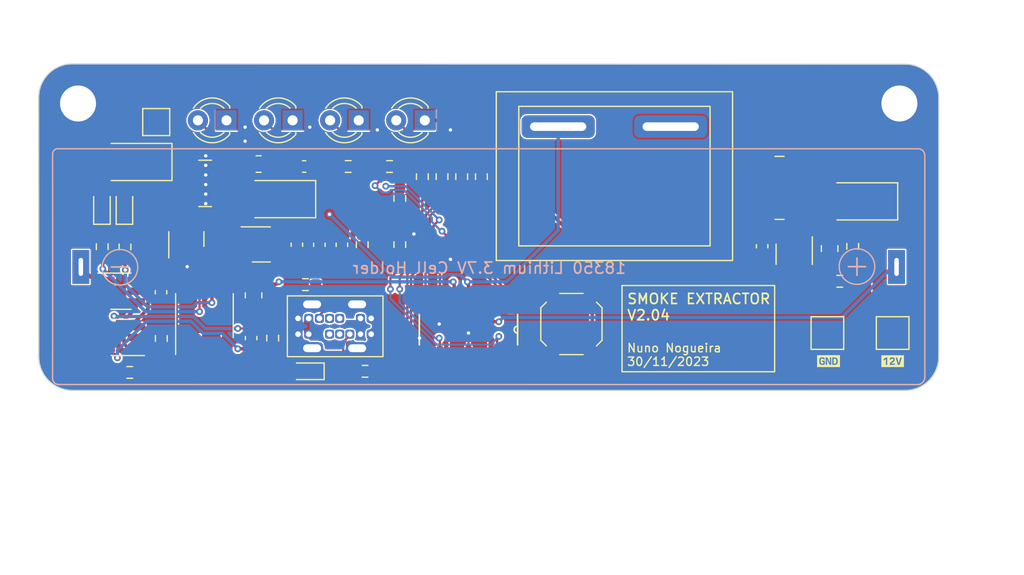
<source format=kicad_pcb>
(kicad_pcb (version 20221018) (generator pcbnew)
  (layers (0 "F.Cu" signal) (31 "B.Cu" signal) (34 "B.Paste" user) (35 "F.Paste" user) (36 "B.SilkS" user "B.Silkscreen") (37 "F.SilkS" user "F.Silkscreen") (38 "B.Mask" user) (39 "F.Mask" user) (44 "Edge.Cuts" user))
  (net 0 "")
  (net 1 "VBUS")
  (net 2 "VBAT-PROTECT")
  (net 3 "Net-(C2-Pad1)")
  (net 4 "+5V")
  (net 5 "V5_SWITCH")
  (net 6 "Net-(IC1-VCC)")
  (net 7 "Net-(IC1-GND)")
  (net 8 "+12V")
  (net 9 "Net-(D1-A)")
  (net 10 "Net-(D2-K)")
  (net 11 "Net-(D2-A)")
  (net 12 "Net-(D3-A)")
  (net 13 "Net-(D4-A)")
  (net 14 "Net-(D5-A)")
  (net 15 "VSPLY")
  (net 16 "Net-(D6-A)")
  (net 17 "Net-(D7-K)")
  (net 18 "Net-(D8-K)")
  (net 19 "VBAT+PROTECT")
  (net 20 "Net-(D10-A)")
  (net 21 "Net-(IC1-OD)")
  (net 22 "Net-(IC1-CS)")
  (net 23 "Net-(IC1-OC)")
  (net 25 "Net-(U3-NEG_1)")
  (net 26 "Net-(U3-NEG_2)")
  (net 27 "Net-(U3-NEG3)")
  (net 28 "Net-(U3-NEG_4)")
  (net 29 "Net-(U1-CC2)")
  (net 30 "Net-(U1-CC1)")
  (net 31 "Net-(U3-OUT1)")
  (net 32 "Net-(U3-OUT2)")
  (net 33 "Net-(U3-OUT3)")
  (net 34 "Net-(U3-OUT4)")
  (net 35 "Net-(U5-PROG)")
  (net 36 "Net-(U5-~{CHRG})")
  (net 37 "Net-(U5-~{STDBY})")
  (net 38 "Net-(U7-FB)")
  (footprint "Capacitor_SMD:C_0603_1608Metric_Pad1.08x0.95mm_HandSolder" (layer "F.Cu") (at 88.85 81.956488 -90)
    (fp_text reference "C4" hide)
    (fp_text value "10u")
  )
  (footprint "LED_THT:LED_D3.0mm" (layer "F.Cu") (at 98.220697 70.89806 180)
    (fp_text reference "D5" hide)
    (fp_text value "3mmWhite")
  )
  (footprint "Resistor_SMD:R_0603_1608Metric_Pad0.98x0.95mm_HandSolder" (layer "F.Cu") (at 71.575 82.15 -90)
    (fp_text reference "R19" hide)
    (fp_text value "1k")
  )
  (footprint "Resistor_SMD:R_0603_1608Metric_Pad0.98x0.95mm_HandSolder" (layer "F.Cu") (at 99.75 75.9 90)
    (fp_text reference "R14" hide)
    (fp_text value "1k")
  )
  (footprint "Capacitor_SMD:C_0603_1608Metric_Pad1.08x0.95mm_HandSolder" (layer "F.Cu") (at 87.494637 75)
    (fp_text reference "C2" hide)
    (fp_text value "120p")
  )
  (footprint "kibuzzard-655136E2" (layer "F.Cu") (at 134.1 92.295714)
    (fp_text reference "kibuzzard-655136E2" hide)
    (fp_text value "G***" hide)
  )
  (footprint "Resistor_SMD:R_0603_1608Metric_Pad0.98x0.95mm_HandSolder" (layer "F.Cu") (at 101.5 75.9 90)
    (fp_text reference "R13" hide)
    (fp_text value "1k")
  )
  (footprint "CustomFootprints:USB-TYPE-C-31-M-15" (layer "F.Cu") (at 86.954275 89.9)
    (fp_text reference "U1" hide)
    (fp_text value "USB-TYPE-C-31-M-15")
  )
  (footprint "TestPoint:TestPoint_Pad_2.0x2.0mm" (layer "F.Cu") (at 74.35 71.05)
    (fp_text reference "TP2" hide)
    (fp_text value "TestPoint")
  )
  (footprint "Capacitor_SMD:C_0805_2012Metric_Pad1.18x1.45mm_HandSolder" (layer "F.Cu") (at 134.2 82.3 -90)
    (fp_text reference "C8" hide)
    (fp_text value "22u")
  )
  (footprint "Resistor_SMD:R_0603_1608Metric_Pad0.98x0.95mm_HandSolder" (layer "F.Cu") (at 72 93.3)
    (fp_text reference "R23" hide)
    (fp_text value "3k3")
  )
  (footprint "Package_TO_SOT_SMD:SOT-23-5" (layer "F.Cu") (at 83.694637 81.92392)
    (fp_text reference "U4" hide)
    (fp_text value "TPS613222ADBV")
  )
  (footprint "MountingHole:MountingHole_3.2mm_M3_ISO7380_Pad" (layer "F.Cu") (at 67.4 69.4)
    (fp_text reference "H2" hide)
    (fp_text value "MountingHole_Pad")
  )
  (footprint "Diode_SMD:D_SMA" (layer "F.Cu") (at 85.121657 77.900109 180)
    (fp_text reference "D6" hide)
    (fp_text value "SS14")
  )
  (footprint "Capacitor_SMD:C_0603_1608Metric_Pad1.08x0.95mm_HandSolder" (layer "F.Cu") (at 74.775381 86.175 -90)
    (fp_text reference "C1" hide)
    (fp_text value "0.1u")
  )
  (footprint "Diode_SMD:D_SMA" (layer "F.Cu") (at 136.849139 78.1 180)
    (fp_text reference "D10" hide)
    (fp_text value "SS14")
  )
  (footprint "LED_THT:LED_D3.0mm" (layer "F.Cu") (at 80.595697 70.89806 180)
    (fp_text reference "D2" hide)
    (fp_text value "3mmWhite")
  )
  (footprint "LED_SMD:LED_0603_1608Metric_Pad1.05x0.95mm_HandSolder" (layer "F.Cu") (at 87.6125 93.2 180)
    (fp_text reference "D1" hide)
    (fp_text value "LED")
  )
  (footprint "kibuzzard-655136D6" (layer "F.Cu") (at 139.8 92.3)
    (fp_text reference "kibuzzard-655136D6" hide)
    (fp_text value "G***" hide)
  )
  (footprint "LED_SMD:LED_0603_1608Metric_Pad1.05x0.95mm_HandSolder" (layer "F.Cu") (at 69.525 78.475 90)
    (fp_text reference "D7" hide)
    (fp_text value "RLED")
  )
  (footprint "Package_TO_SOT_SMD:SOT-23-5_HandSoldering" (layer "F.Cu") (at 131.05 82.8 -90)
    (fp_text reference "U7" hide)
    (fp_text value "ME2149FM5G")
  )
  (footprint "Resistor_SMD:R_0603_1608Metric_Pad0.98x0.95mm_HandSolder" (layer "F.Cu") (at 98 75.9 90)
    (fp_text reference "R15" hide)
    (fp_text value "1k")
  )
  (footprint "Capacitor_SMD:C_0603_1608Metric_Pad1.08x0.95mm_HandSolder" (layer "F.Cu") (at 82.785587 90.25 -90)
    (fp_text reference "C7" hide)
    (fp_text value "0.1u")
  )
  (footprint "Diode_SMD:D_SMA" (layer "F.Cu") (at 72.35 74.6 180)
    (fp_text reference "D9" hide)
    (fp_text value "SS14")
  )
  (footprint "Package_TO_SOT_SMD:SOT-23-6_Handsoldering" (layer "F.Cu") (at 71.25 90.191253 180)
    (property "VALUE" "DW01A")
    (fp_text reference "IC1" hide)
    (fp_text value "DW01A")
  )
  (footprint "Package_TO_SOT_SMD:SOT-23" (layer "F.Cu") (at 77.029077 81.448299 90)
    (fp_text reference "Q1" hide)
    (fp_text value "FDN336P")
  )
  (footprint "Package_TO_SOT_SMD:SOT-23-6_Handsoldering" (layer "F.Cu") (at 71.214032 86.081971)
    (fp_text reference "U8" hide)
    (fp_text value "FH8205")
  )
  (footprint "LED_THT:LED_D3.0mm" (layer "F.Cu") (at 86.470697 70.89806 180)
    (fp_text reference "D3" hide)
    (fp_text value "3mmWhite")
  )
  (footprint "Resistor_SMD:R_0805_2012Metric_Pad1.20x1.40mm_HandSolder" (layer "F.Cu") (at 83 86.448628 -90)
    (fp_text reference "R20" hide)
    (fp_text value "100")
  )
  (footprint "Capacitor_SMD:C_0603_1608Metric_Pad1.08x0.95mm_HandSolder" (layer "F.Cu") (at 128.2 82.0875 90)
    (fp_text reference "C6" hide)
    (fp_text value "10u")
  )
  (footprint "MountingHole:MountingHole_3.2mm_M3_ISO7380_Pad" (layer "F.Cu") (at 140.4 69.4)
    (fp_text reference "H1" hide)
    (fp_text value "MountingHole_Pad")
  )
  (footprint "Resistor_SMD:R_0603_1608Metric_Pad0.98x0.95mm_HandSolder" (layer "F.Cu") (at 92.656381 81.944352 -90)
    (fp_text reference "R5" hide)
    (fp_text value "10k")
  )
  (footprint "CustomFootprints:SDDJE" (layer "F.Cu") (at 104.572322 83.355)
    (fp_text reference "U2" hide)
    (fp_text value "SDDJE")
  )
  (footprint "LED_SMD:LED_0603_1608Metric_Pad1.05x0.95mm_HandSolder" (layer "F.Cu") (at 71.525 78.475 90)
    (fp_text reference "D8" hide)
    (fp_text value "GLED")
  )
  (footprint "Resistor_SMD:R_0603_1608Metric_Pad0.98x0.95mm_HandSolder" (layer "F.Cu") (at 96 77.8375 -90)
    (fp_text reference "R3" hide)
    (fp_text value "1k")
  )
  (footprint "Resistor_SMD:R_0603_1608Metric_Pad0.98x0.95mm_HandSolder" (layer "F.Cu") (at 136.25 82.1 -90)
    (fp_text reference "R21" hide)
    (fp_text value "44.2k")
  )
  (footprint "Package_SO:SOP-8_3.9x4.9mm_P1.27mm" (layer "F.Cu") (at 78.635 88.248628 90)
    (fp_text reference "U5" hide)
    (fp_text value "TP4056")
  )
  (footprint "Resistor_SMD:R_0805_2012Metric_Pad1.20x1.40mm_HandSolder" (layer "F.Cu") (at 83.45 74.78)
    (fp_text reference "R17" hide)
    (fp_text value "5")
  )
  (footprint "Capacitor_SMD:C_0603_1608Metric_Pad1.08x0.95mm_HandSolder" (layer "F.Cu") (at 90.85 81.956488 -90)
    (fp_text reference "C3" hide)
    (fp_text value "10u")
  )
  (footprint "Resistor_SMD:R_0603_1608Metric_Pad0.98x0.95mm_HandSolder" (layer "F.Cu") (at 74.8 90.2875 90)
    (fp_text reference "R16" hide)
    (fp_text value "1.2k")
  )
  (footprint "Button_Switch_SMD:SW_SPST_SKQG_WithStem" (layer "F.Cu") (at 111.25 89 90)
    (fp_text reference "SW1" hide)
    (fp_text value "SW_Push")
  )
  (footprint "Resistor_SMD:R_0603_1608Metric_Pad0.98x0.95mm_HandSolder" (layer "F.Cu") (at 84.7 90.25 -90)
    (fp_text reference "R11" hide)
    (fp_text value "1k")
  )
  (footprint "Resistor_SMD:R_0603_1608Metric_Pad0.98x0.95mm_HandSolder" (layer "F.Cu") (at 135.1 85.2 180)
    (fp_text reference "R22" hide)
    (fp_text value "5k1")
  )
  (footprint "Resistor_SMD:R_0603_1608Metric_Pad0.98x0.95mm_HandSolder" (layer "F.Cu") (at 96 81.944352 -90)
    (fp_text reference "R4" hide)
    (fp_text value "1k")
  )
  (footprint "Resistor_SMD:R_0603_1608Metric_Pad0.98x0.95mm_HandSolder" (layer "F.Cu") (at 92.9125 93.2)
    (fp_text reference "R9" hide)
    (fp_text value "5k1")
  )
  (footprint "LED_THT:LED_D3.0mm" (layer "F.Cu") (at 92.345697 70.89806 180)
    (fp_text reference "D4" hide)
    (fp_text value "3mmWhite")
  )
  (footprint "Resistor_SMD:R_0603_1608Metric_Pad0.98x0.95mm_HandSolder" (layer "F.Cu") (at 87.6125 85.5 180)
    (fp_text reference "R10" hide)
    (fp_text value "5k1")
  )
  (footprint "Resistor_SMD:R_0603_1608Metric_Pad0.98x0.95mm_HandSolder" (layer "F.Cu") (at 91.4125 75)
    (fp_text reference "R1" hide)
    (fp_text value "3k6")
  )
  (footprint "Capacitor_SMD:C_0603_1608Metric_Pad1.08x0.95mm_HandSolder" (layer "F.Cu") (at 86.85 81.95 -90)
    (fp_text reference "C5" hide)
    (fp_text value "10u")
  )
  (footprint "Resistor_SMD:R_0603_1608Metric_Pad0.98x0.95mm_HandSolder" (layer "F.Cu") (at 103.25 75.9 90)
    (fp_text reference "R12" hide)
    (fp_text value "1k")
  )
  (footprint "Inductor_SMD:L_Coilcraft_LPS4018" (layer "F.Cu") (at 78.7 76.5)
    (fp_text reference "L2" hide)
    (fp_text value "2.2u")
  )
  (footprint "Package_SO:SOIC127P600X175-14N" (layer "F.Cu") (at 102.1 89.5 -90)
    (fp_text reference "U3" hide)
    (fp_text value "LM324DT")
  )
  (footprint "Inductor_SMD:L_Wuerth_WE-PD2-Typ-MS" (layer "F.Cu") (at 129.75 76.9)
    (fp_text reference "L1" hide)
    (fp_text value "3.3u")
  )
  (footprint "TestPoint:TestPoint_Pad_2.5x2.5mm" (layer "F.Cu") (at 134 89.8)
    (fp_text reference "J2" hide)
    (fp_text value "Conn_01x01_Socket")
  )
  (footprint "TestPoint:TestPoint_Pad_2.5x2.5mm" (layer "F.Cu") (at 139.8 89.8 -90)
    (fp_text reference "J1" hide)
    (fp_text value "Conn_01x01_Socket")
  )
  (footprint "Resistor_SMD:R_0603_1608Metric_Pad0.98x0.95mm_HandSolder" (layer "F.Cu") (at 95.0875 75)
    (fp_text reference "R2" hide)
    (fp_text value "1k")
  )
  (footprint "Resistor_SMD:R_0603_1608Metric_Pad0.98x0.95mm_HandSolder" (layer "F.Cu") (at 69.55 82.125 -90)
    (fp_text reference "R18" hide)
    (fp_text value "1k")
  )
  (footprint "CustomFootprints:18350-Holder" (layer "B.Cu") (at 67.648053 83.926017 180)
    (fp_text reference locked "U6" hide)
    (fp_text value "18350-HOLDER")
  )
  (gr_rect (start 115.748117 85.579058) (end 129.31 93.240941) (stroke (width 0.12)) (fill none) (layer "F.SilkS"))
  (gr_arc (start 143.9 91.9) (mid 143.028849 94.013796) (end 140.92132 94.9) (stroke (width 0.1)) (layer "Edge.Cuts"))
  (gr_arc (start 63.898849 68.86) (mid 64.77485 66.755104) (end 66.877529 65.873796) (stroke (width 0.1)) (layer "Edge.Cuts"))
  (gr_line (start 140.92132 94.9) (end 66.91 94.89868) (stroke (width 0.1)) (layer "Edge.Cuts"))
  (gr_arc (start 140.9 65.9) (mid 143.013796 66.771151) (end 143.9 68.87868) (stroke (width 0.1)) (layer "Edge.Cuts"))
  (gr_line (start 63.91 91.92) (end 63.898849 68.86) (stroke (width 0.1)) (layer "Edge.Cuts"))
  (gr_line (start 140.9 65.9) (end 66.877529 65.873796) (stroke (width 0.1)) (layer "Edge.Cuts"))
  (gr_arc (start 66.91 94.89868) (mid 64.796204 94.027529) (end 63.91 91.92) (stroke (width 0.1)) (layer "Edge.Cuts"))
  (gr_line (start 143.9 68.87868) (end 143.9 91.9) (stroke (width 0.1)) (layer "Edge.Cuts"))
  (gr_text "Nuno Nogueira\n30/11/2023" (at 116.13 92.78) (layer "F.SilkS") (effects (font (size 0.75 0.75) (thickness 0.12)) (justify left bottom)))
  (gr_text "SMOKE EXTRACTOR\nV2.04\n" (at 116.13 87.49) (layer "F.SilkS") (effects (font (size 0.9 0.9) (thickness 0.15) bold) (justify left)))
  (segment (start 102.1 91.9638) (end 102.1 89.8) (width 0.2) (layer "F.Cu") (net 2))
  (segment (start 129.7875 81.1375) (end 130.1 81.45) (width 0.3) (layer "F.Cu") (net 2))
  (segment (start 128.2875 81.1375) (end 128.2 81.225) (width 0.3) (layer "F.Cu") (net 2))
  (segment (start 102.1 89.8) (end 102.1 89.6) (width 0.2) (layer "F.Cu") (net 2))
  (segment (start 129.7875 81.1375) (end 128.2875 81.1375) (width 0.3) (layer "F.Cu") (net 2))
  (via (at 99.5 89) (size 0.6) (drill 0.3) (layers "F.Cu" "B.Cu") (net 2))
  (via (at 102.1 89.8) (size 0.6) (drill 0.3) (layers "F.Cu" "B.Cu") (net 2))
  (via (at 78.75 74.05) (size 0.6) (drill 0.3) (layers "F.Cu" "B.Cu") (net 2))
  (via (at 100.5 71.75) (size 0.6) (drill 0.3) (layers "F.Cu" "B.Cu") (net 2))
  (via (at 78.75 78.3) (size 0.6) (drill 0.3) (layers "F.Cu" "B.Cu") (net 2))
  (via (at 82.25 72.75) (size 0.6) (drill 0.3) (layers "F.Cu" "B.Cu") (net 2))
  (via (at 94 71.75) (size 0.6) (drill 0.3) (layers "F.Cu" "B.Cu") (net 2))
  (via (at 77.1 83.9) (size 0.6) (drill 0.3) (layers "F.Cu" "B.Cu") (net 2))
  (via (at 82.25 71.5) (size 0.6) (drill 0.3) (layers "F.Cu" "B.Cu") (net 2))
  (via (at 97.25 81) (size 0.6) (drill 0.3) (layers "F.Cu" "B.Cu") (net 2))
  (via (at 78.75 74.9) (size 0.6) (drill 0.3) (layers "F.Cu" "B.Cu") (net 2))
  (via (at 88 71.5) (size 0.6) (drill 0.3) (layers "F.Cu" "B.Cu") (net 2))
  (via (at 100.5 83.25) (size 0.6) (drill 0.3) (layers "F.Cu" "B.Cu") (net 2))
  (via (at 97.75 90.25) (size 0.6) (drill 0.3) (layers "F.Cu" "B.Cu") (net 2))
  (via (at 78.75 76.6) (size 0.6) (drill 0.3) (layers "F.Cu" "B.Cu") (net 2))
  (via (at 78.75 75.75) (size 0.6) (drill 0.3) (layers "F.Cu" "B.Cu") (net 2))
  (via (at 78.75 77.45) (size 0.6) (drill 0.3) (layers "F.Cu" "B.Cu") (net 2))
  (segment (start 84.45 74.600109) (end 84.45 74.6) (width 0.2) (layer "F.Cu") (net 3))
  (segment (start 84.45 74.6) (end 86.432028 74.6) (width 0.2) (layer "F.Cu") (net 3))
  (segment (start 86.432028 74.6) (end 86.632137 74.800109) (width 0.2) (layer "F.Cu") (net 3))
  (segment (start 102.1 87.0362) (end 102.1 85.35) (width 0.3) (layer "F.Cu") (net 4))
  (segment (start 102.1 85.35) (end 102 85.25) (width 0.3) (layer "F.Cu") (net 4))
  (via (at 102 85.25) (size 0.6) (drill 0.3) (layers "F.Cu" "B.Cu") (net 4))
  (via (at 89.75 79.25) (size 0.6) (drill 0.3) (layers "F.Cu" "B.Cu") (net 4))
  (segment (start 110.072322 80.677678) (end 110.072322 71.455) (width 0.3) (layer "B.Cu") (net 4))
  (segment (start 100 84.82) (end 95.32 84.82) (width 0.3) (layer "B.Cu") (net 4))
  (segment (start 101.37 84.62) (end 100.2 84.62) (width 0.3) (layer "B.Cu") (net 4))
  (segment (start 102 85.25) (end 101.37 84.62) (width 0.3) (layer "B.Cu") (net 4))
  (segment (start 95.32 84.82) (end 89.75 79.25) (width 0.3) (layer "B.Cu") (net 4))
  (segment (start 102 85.25) (end 105.5 85.25) (width 0.3) (layer "B.Cu") (net 4))
  (segment (start 100.2 84.62) (end 100 84.82) (width 0.3) (layer "B.Cu") (net 4))
  (segment (start 105.5 85.25) (end 110.072322 80.677678) (width 0.3) (layer "B.Cu") (net 4))
  (segment (start 82.773087 89.4) (end 82.785587 89.3875) (width 0.2) (layer "F.Cu") (net 6))
  (segment (start 70.96 89.94) (end 70.708747 90.191253) (width 0.3) (layer "F.Cu") (net 6))
  (segment (start 83 87.448628) (end 83 89.173087) (width 0.2) (layer "F.Cu") (net 6))
  (segment (start 70.708747 90.191253) (end 69.875 90.191253) (width 0.3) (layer "F.Cu") (net 6))
  (segment (start 83 89.173087) (end 82.785587 89.3875) (width 0.2) (layer "F.Cu") (net 6))
  (segment (start 70.6 88.3) (end 70.96 88.66) (width 0.3) (layer "F.Cu") (net 6))
  (segment (start 83.325 87.663041) (end 83.539413 87.448628) (width 0.3) (layer "F.Cu") (net 6))
  (segment (start 70.96 88.66) (end 70.96 89.94) (width 0.3) (layer "F.Cu") (net 6))
  (segment (start 81.6 89.4) (end 82.773087 89.4) (width 0.2) (layer "F.Cu") (net 6))
  (via (at 81.6 89.4) (size 0.6) (drill 0.3) (layers "F.Cu" "B.Cu") (net 6))
  (via (at 70.6 88.3) (size 0.6) (drill 0.3) (layers "F.Cu" "B.Cu") (net 6))
  (segment (start 70.63 88.33) (end 77.63 88.33) (width 0.3) (layer "B.Cu") (net 6))
  (segment (start 70.6 88.3) (end 70.63 88.33) (width 0.3) (layer "B.Cu") (net 6))
  (segment (start 78.7 89.4) (end 81.6 89.4) (width 0.3) (layer "B.Cu") (net 6))
  (segment (start 77.63 88.33) (end 78.7 89.4) (width 0.3) (layer "B.Cu") (net 6))
  (segment (start 69.149032 85.131971) (end 69.864032 85.131971) (width 0.3) (layer "F.Cu") (net 7))
  (segment (start 69.864032 85.131971) (end 68.854007 85.131971) (width 0.3) (layer "F.Cu") (net 7))
  (segment (start 69.875 91.141253) (end 69.16 91.141253) (width 0.3) (layer "F.Cu") (net 7))
  (segment (start 81.6 91.2) (end 82.698087 91.2) (width 0.3) (layer "F.Cu") (net 7))
  (segment (start 69.875 91.141253) (end 70.041253 91.141253) (width 0.3) (layer "F.Cu") (net 7))
  (segment (start 68.804032 85.181946) (end 68.854007 85.131971) (width 0.3) (layer "F.Cu") (net 7))
  (segment (start 69.16 91.141253) (end 68.804032 90.785285) (width 0.3) (layer "F.Cu") (net 7))
  (segment (start 70.041253 91.141253) (end 70.9 92) (width 0.3) (layer "F.Cu") (net 7))
  (segment (start 68.804032 90.785285) (end 68.804032 85.181946) (width 0.3) (layer "F.Cu") (net 7))
  (segment (start 68.854007 85.131971) (end 67.648053 83.926017) (width 0.3) (layer "F.Cu") (net 7))
  (via (at 81.6 91.2) (size 0.6) (drill 0.3) (layers "F.Cu" "B.Cu") (net 7))
  (via (at 70.9 92) (size 0.6) (drill 0.3) (layers "F.Cu" "B.Cu") (net 7))
  (segment (start 70.9 92) (end 70.9 91.35) (width 0.3) (layer "B.Cu") (net 7))
  (segment (start 73.49 88.76) (end 77.451888 88.76) (width 0.3) (layer "B.Cu") (net 7))
  (segment (start 70.9 91.35) (end 73.49 88.76) (width 0.3) (layer "B.Cu") (net 7))
  (segment (start 77.451888 88.76) (end 78.521888 89.83) (width 0.3) (layer "B.Cu") (net 7))
  (segment (start 80.23 89.83) (end 81.6 91.2) (width 0.3) (layer "B.Cu") (net 7))
  (segment (start 78.521888 89.83) (end 80.23 89.83) (width 0.3) (layer "B.Cu") (net 7))
  (segment (start 84.7 91.1625) (end 86.7375 93.2) (width 0.2) (layer "F.Cu") (net 9))
  (segment (start 98.220697 70.89806) (end 101.14806 70.89806) (width 0.3) (layer "F.Cu") (net 10))
  (segment (start 101.14806 70.89806) (end 113.1 82.85) (width 0.3) (layer "F.Cu") (net 10))
  (segment (start 113.1 85.9) (end 113.1 92.1) (width 0.3) (layer "F.Cu") (net 10))
  (segment (start 113.1 82.85) (end 113.1 85.9) (width 0.3) (layer "F.Cu") (net 10))
  (segment (start 96.75 73.5) (end 98 74.75) (width 0.2) (layer "F.Cu") (net 11))
  (segment (start 78.055697 70.89806) (end 80.657637 73.5) (width 0.2) (layer "F.Cu") (net 11))
  (segment (start 80.657637 73.5) (end 96.75 73.5) (width 0.2) (layer "F.Cu") (net 11))
  (segment (start 86.192637 73.16) (end 98.16 73.16) (width 0.2) (layer "F.Cu") (net 12))
  (segment (start 98.16 73.16) (end 99.75 74.75) (width 0.2) (layer "F.Cu") (net 12))
  (segment (start 83.930697 70.89806) (end 86.192637 73.16) (width 0.2) (layer "F.Cu") (net 12))
  (segment (start 91.737637 72.83) (end 99.58 72.83) (width 0.2) (layer "F.Cu") (net 13))
  (segment (start 89.805697 70.89806) (end 91.737637 72.83) (width 0.2) (layer "F.Cu") (net 13))
  (segment (start 99.58 72.83) (end 101.5 74.75) (width 0.2) (layer "F.Cu") (net 13))
  (segment (start 102.212598 72.5) (end 103.25 73.537402) (width 0.2) (layer "F.Cu") (net 14))
  (segment (start 97.282637 72.5) (end 102.212598 72.5) (width 0.2) (layer "F.Cu") (net 14))
  (segment (start 103.25 73.537402) (end 103.25 74.75) (width 0.2) (layer "F.Cu") (net 14))
  (segment (start 95.680697 70.89806) (end 97.282637 72.5) (width 0.2) (layer "F.Cu") (net 14))
  (segment (start 74.35 71.1) (end 74.35 74.6) (width 0.3) (layer "F.Cu") (net 15))
  (segment (start 69.525 79.35) (end 69.525 81.1875) (width 0.3) (layer "F.Cu") (net 17))
  (segment (start 69.525 81.1875) (end 69.55 81.2125) (width 0.3) (layer "F.Cu") (net 17))
  (segment (start 71.525 79.35) (end 71.525 81.1875) (width 0.3) (layer "F.Cu") (net 18))
  (segment (start 71.525 81.1875) (end 71.575 81.2375) (width 0.3) (layer "F.Cu") (net 18))
  (segment (start 85.051372 85.448628) (end 85.25 85.25) (width 0.3) (layer "F.Cu") (net 19))
  (segment (start 83 85.448628) (end 80.715 85.448628) (width 0.3) (layer "F.Cu") (net 19))
  (segment (start 100.83 85.33) (end 100.75 85.25) (width 0.3) (layer "F.Cu") (net 19))
  (segment (start 80.54 84.946722) (end 80.54 85.623628) (width 0.3) (layer "F.Cu") (net 19))
  (segment (start 104.3972 88.8) (end 104.8 88.8) (width 0.3) (layer "F.Cu") (net 19))
  (segment (start 83.539413 85.448628) (end 85.051372 85.448628) (width 0.3) (layer "F.Cu") (net 19))
  (segment (start 103.37 87.7728) (end 104.3972 88.8) (width 0.3) (layer "F.Cu") (net 19))
  (segment (start 77.979077 82.385799) (end 80.54 84.946722) (width 0.3) (layer "F.Cu") (net 19))
  (segment (start 100.83 87.0362) (end 100.83 85.33) (width 0.3) (layer "F.Cu") (net 19))
  (segment (start 80.715 85.448628) (end 80.54 85.623628) (width 0.3) (layer "F.Cu") (net 19))
  (segment (start 103.37 87.0362) (end 103.37 87.7728) (width 0.3) (layer "F.Cu") (net 19))
  (via (at 85.25 85.25) (size 0.6) (drill 0.3) (layers "F.Cu" "B.Cu") (net 19))
  (via (at 100.75 85.25) (size 0.6) (drill 0.3) (layers "F.Cu" "B.Cu") (net 19))
  (via (at 104.8 88.8) (size 0.6) (drill 0.3) (layers "F.Cu" "B.Cu") (net 19))
  (segment (start 139.773983 83.926017) (end 140.148053 83.926017) (width 0.3) (layer "B.Cu") (net 19))
  (segment (start 104.8 88.8) (end 105.18 88.42) (width 0.3) (layer "B.Cu") (net 19))
  (segment (start 135.28 88.42) (end 139.773983 83.926017) (width 0.3) (layer "B.Cu") (net 19))
  (segment (start 100.75 85.25) (end 85.25 85.25) (width 0.3) (layer "B.Cu") (net 19))
  (segment (start 105.18 88.42) (end 135.28 88.42) (width 0.3) (layer "B.Cu") (net 19))
  (segment (start 71.484032 88.667221) (end 72.564032 87.587221) (width 0.3) (layer "F.Cu") (net 21))
  (segment (start 72.564032 87.587221) (end 72.564032 87.031971) (width 0.3) (layer "F.Cu") (net 21))
  (segment (start 71.484032 90.765285) (end 71.484032 88.667221) (width 0.3) (layer "F.Cu") (net 21))
  (segment (start 71.484032 90.765285) (end 71.86 91.141253) (width 0.3) (layer "F.Cu") (net 21))
  (segment (start 73.66 90.561253) (end 73.29 90.191253) (width 0.3) (layer "F.Cu") (net 22))
  (segment (start 73.29 90.191253) (end 72.575 90.191253) (width 0.3) (layer "F.Cu") (net 22))
  (segment (start 73.66 92.5025) (end 73.66 90.561253) (width 0.3) (layer "F.Cu") (net 22))
  (segment (start 73.0625 93.1) (end 73.66 92.5025) (width 0.3) (layer "F.Cu") (net 22))
  (segment (start 73.279032 85.131971) (end 73.624032 85.476971) (width 0.3) (layer "F.Cu") (net 23))
  (segment (start 73.624032 87.636971) (end 72.575 88.686003) (width 0.3) (layer "F.Cu") (net 23))
  (segment (start 72.564032 85.131971) (end 73.279032 85.131971) (width 0.3) (layer "F.Cu") (net 23))
  (segment (start 73.624032 85.476971) (end 73.624032 87.636971) (width 0.3) (layer "F.Cu") (net 23))
  (segment (start 72.575 88.686003) (end 72.575 89.241253) (width 0.3) (layer "F.Cu") (net 23))
  (segment (start 104.64 85.64) (end 104.64 87.0362) (width 0.2) (layer "F.Cu") (net 25))
  (segment (start 94.175 75) (end 92.325 75) (width 0.2) (layer "F.Cu") (net 25))
  (segment (start 99.75 80.75) (end 104.64 85.64) (width 0.2) (layer "F.Cu") (net 25))
  (segment (start 94.175 75) (end 94.17 75.005) (width 0.2) (layer "F.Cu") (net 25))
  (segment (start 94.175 76.325) (end 93.8 76.7) (width 0.2) (layer "F.Cu") (net 25))
  (segment (start 94.175 75) (end 94.175 76.325) (width 0.2) (layer "F.Cu") (net 25))
  (via (at 99.75 80.75) (size 0.6) (drill 0.3) (layers "F.Cu" "B.Cu") (net 25))
  (via (at 93.8 76.7) (size 0.6) (drill 0.3) (layers "F.Cu" "B.Cu") (net 25))
  (segment (start 95.240244 77.08) (end 94.990244 77.33) (width 0.2) (layer "B.Cu") (net 25))
  (segment (start 96.36331 77.08) (end 95.240244 77.08) (width 0.2) (layer "B.Cu") (net 25))
  (segment (start 99.75 80.75) (end 99.679756 80.75) (width 0.2) (layer "B.Cu") (net 25))
  (segment (start 98.841655 79.911899) (end 98.841655 79.558345) (width 0.2) (layer "B.Cu") (net 25))
  (segment (start 98.841655 79.558345) (end 96.36331 77.08) (width 0.2) (layer "B.Cu") (net 25))
  (segment (start 99.63 80.75) (end 99.75 80.75) (width 0.2) (layer "B.Cu") (net 25))
  (segment (start 94.990244 77.33) (end 94.43 77.33) (width 0.2) (layer "B.Cu") (net 25))
  (segment (start 99.679756 80.75) (end 98.841655 79.911899) (width 0.2) (layer "B.Cu") (net 25))
  (segment (start 94.43 77.33) (end 93.8 76.7) (width 0.2) (layer "B.Cu") (net 25))
  (segment (start 99.56 84.06) (end 99 83.5) (width 0.2) (layer "F.Cu") (net 26))
  (segment (start 95.825 76.75) (end 96 76.925) (width 0.2) (layer "F.Cu") (net 26))
  (segment (start 99 80.25) (end 99.5 79.75) (width 0.2) (layer "F.Cu") (net 26))
  (segment (start 94.75 76.75) (end 95.825 76.75) (width 0.2) (layer "F.Cu") (net 26))
  (segment (start 96 74.75) (end 96 76.925) (width 0.2) (layer "F.Cu") (net 26))
  (segment (start 99 83.5) (end 99 80.25) (width 0.2) (layer "F.Cu") (net 26))
  (segment (start 99.56 87.0362) (end 99.56 84.06) (width 0.2) (layer "F.Cu") (net 26))
  (via (at 99.5 79.75) (size 0.6) (drill 0.3) (layers "F.Cu" "B.Cu") (net 26))
  (via (at 94.75 76.75) (size 0.6) (drill 0.3) (layers "F.Cu" "B.Cu") (net 26))
  (segment (start 96.5 76.75) (end 94.75 76.75) (width 0.2) (layer "B.Cu") (net 26))
  (segment (start 99.5 79.75) (end 97.25 77.5) (width 0.2) (layer "B.Cu") (net 26))
  (segment (start 97.25 77.5) (end 96.5 76.75) (width 0.2) (layer "B.Cu") (net 26))
  (segment (start 96 78.75) (end 96 81.031852) (width 0.2) (layer "F.Cu") (net 27))
  (segment (start 95.99 84.76) (end 97.67 83.08) (width 0.2) (layer "F.Cu") (net 27))
  (segment (start 99.56 91.9638) (end 99.56 90.31) (width 0.2) (layer "F.Cu") (net 27))
  (segment (start 97.67 82.701852) (end 96 81.031852) (width 0.2) (layer "F.Cu") (net 27))
  (segment (start 95.99 85.9) (end 95.99 84.76) (width 0.2) (layer "F.Cu") (net 27))
  (segment (start 99.56 90.31) (end 99.5 90.25) (width 0.2) (layer "F.Cu") (net 27))
  (segment (start 97.67 83.08) (end 97.67 82.701852) (width 0.2) (layer "F.Cu") (net 27))
  (via (at 95.99 85.9) (size 0.6) (drill 0.3) (layers "F.Cu" "B.Cu") (net 27))
  (via (at 99.5 90.25) (size 0.6) (drill 0.3) (layers "F.Cu" "B.Cu") (net 27))
  (segment (start 95.99 87.093554) (end 99.146446 90.25) (width 0.2) (layer "B.Cu") (net 27))
  (segment (start 95.99 85.9) (end 95.99 87.093554) (width 0.2) (layer "B.Cu") (net 27))
  (segment (start 99.146446 90.25) (end 99.5 90.25) (width 0.2) (layer "B.Cu") (net 27))
  (segment (start 95.16 85.9) (end 95.16 84.919756) (width 0.2) (layer "F.Cu") (net 28))
  (segment (start 94.175 81.031852) (end 96 82.856852) (width 0.2) (layer "F.Cu") (net 28))
  (segment (start 104.64 90.26) (end 104.8 90.1) (width 0.2) (layer "F.Cu") (net 28))
  (segment (start 95.16 84.919756) (end 95.979756 84.1) (width 0.2) (layer "F.Cu") (net 28))
  (segment (start 95.979756 84.1) (end 96 84.1) (width 0.2) (layer "F.Cu") (net 28))
  (segment (start 104.64 91.9638) (end 104.64 90.26) (width 0.2) (layer "F.Cu") (net 28))
  (segment (start 96 84.1) (end 96 82.856852) (width 0.2) (layer "F.Cu") (net 28))
  (segment (start 92.656381 81.031852) (end 94.175 81.031852) (width 0.2) (layer "F.Cu") (net 28))
  (via (at 95.16 85.9) (size 0.6) (drill 0.3) (layers "F.Cu" "B.Cu") (net 28))
  (via (at 104.8 90.1) (size 0.6) (drill 0.3) (layers "F.Cu" "B.Cu") (net 28))
  (segment (start 104.07 90.83) (end 99.259756 90.83) (width 0.2) (layer "B.Cu") (net 28))
  (segment (start 99.259756 90.83) (end 95.3 86.870244) (width 0.2) (layer "B.Cu") (net 28))
  (segment (start 95.16 85.9) (end 95.16 86.73) (width 0.2) (layer "B.Cu") (net 28))
  (segment (start 104.6 90.3) (end 104.07 90.83) (width 0.2) (layer "B.Cu") (net 28))
  (segment (start 95.3 86.870244) (end 95.3 86.87) (width 0.2) (layer "B.Cu") (net 28))
  (segment (start 95.16 86.73) (end 95.3 86.87) (width 0.2) (layer "B.Cu") (net 28))
  (segment (start 90.974275 90.588112) (end 90.974275 92.174275) (width 0.2) (layer "F.Cu") (net 29))
  (segment (start 91.554275 89.9) (end 91.554275 90.008112) (width 0.2) (layer "F.Cu") (net 29))
  (segment (start 90.974275 92.174275) (end 92 93.2) (width 0.2) (layer "F.Cu") (net 29))
  (segment (start 91.554275 90.008112) (end 90.974275 90.588112) (width 0.2) (layer "F.Cu") (net 29))
  (segment (start 89.434275 87.648823) (end 89.434275 86.409275) (width 0.2) (layer "F.Cu") (net 30))
  (segment (start 88.854275 88.5) (end 88.854275 88.228823) (width 0.2) (layer "F.Cu") (net 30))
  (segment (start 89.434275 86.409275) (end 88.525 85.5) (width 0.2) (layer "F.Cu") (net 30))
  (segment (start 88.854275 88.228823) (end 89.434275 87.648823) (width 0.2) (layer "F.Cu") (net 30))
  (segment (start 103.25 83.78331) (end 103.25 76.8125) (width 0.2) (layer "F.Cu") (net 31))
  (segment (start 105.91 87.0362) (end 105.91 86.41) (width 0.2) (layer "F.Cu") (net 31))
  (segment (start 105.87669 86.41) (end 103.25 83.78331) (width 0.2) (layer "F.Cu") (net 31))
  (segment (start 105.91 86.41) (end 105.87669 86.41) (width 0.2) (layer "F.Cu") (net 31))
  (segment (start 101.5 76.8125) (end 101.2625 76.8125) (width 0.2) (layer "F.Cu") (net 32))
  (segment (start 98.29 87.0362) (end 98.29 83.96) (width 0.2) (layer "F.Cu") (net 32))
  (segment (start 98.66 83.59) (end 98.66 79.415) (width 0.2) (layer "F.Cu") (net 32))
  (segment (start 101.2625 76.8125) (end 98.66 79.415) (width 0.2) (layer "F.Cu") (net 32))
  (segment (start 98.29 83.96) (end 98.66 83.59) (width 0.2) (layer "F.Cu") (net 32))
  (segment (start 98.33 83.42) (end 98.330001 79.269999) (width 0.2) (layer "F.Cu") (net 33))
  (segment (start 97 84.75) (end 97 91.91171) (width 0.2) (layer "F.Cu") (net 33))
  (segment (start 97 91.91171) (end 97.744145 92.655855) (width 0.2) (layer "F.Cu") (net 33))
  (segment (start 98.29 92.11) (end 98.29 91.9638) (width 0.2) (layer "F.Cu") (net 33))
  (segment (start 99.75 77.85) (end 99.75 76.8125) (width 0.2) (layer "F.Cu") (net 33))
  (segment (start 98.330001 79.269999) (end 99.75 77.85) (width 0.2) (layer "F.Cu") (net 33))
  (segment (start 98.33 83.42) (end 97 84.75) (width 0.2) (layer "F.Cu") (net 33))
  (segment (start 97.744145 92.655855) (end 98.29 92.11) (width 0.2) (layer "F.Cu") (net 33))
  (segment (start 105.426 93.1844) (end 97.806 93.1844) (width 0.2) (layer "F.Cu") (net 34))
  (segment (start 96.67 92.0484) (end 96.67 84.58) (width 0.2) (layer "F.Cu") (net 34))
  (segment (start 105.91 92.7004) (end 105.426 93.1844) (width 0.2) (layer "F.Cu") (net 34))
  (segment (start 96.67 84.58) (end 98 83.25) (width 0.2) (layer "F.Cu") (net 34))
  (segment (start 105.91 91.9638) (end 105.91 92.7004) (width 0.2) (layer "F.Cu") (net 34))
  (segment (start 97.806 93.1844) (end 96.67 92.0484) (width 0.2) (layer "F.Cu") (net 34))
  (segment (start 98 83.25) (end 98 76.8125) (width 0.2) (layer "F.Cu") (net 34))
  (segment (start 78 90.873628) (end 78 90.966029) (width 0.2) (layer "F.Cu") (net 35))
  (segment (start 78 90.966029) (end 76.966029 92) (width 0.2) (layer "F.Cu") (net 35))
  (segment (start 75.6 92) (end 74.8 91.2) (width 0.2) (layer "F.Cu") (net 35))
  (segment (start 76.966029 92) (end 75.6 92) (width 0.2) (layer "F.Cu") (net 35))
  (segment (start 69.6 83.0875) (end 69.55 83.0375) (width 0.3) (layer "F.Cu") (net 36))
  (segment (start 78.2 87.9) (end 78.2 85.823628) (width 0.2) (layer "F.Cu") (net 36))
  (segment (start 69.6 84.1) (end 69.6 83.0875) (width 0.3) (layer "F.Cu") (net 36))
  (segment (start 78.2 85.823628) (end 78 85.623628) (width 0.2) (layer "F.Cu") (net 36))
  (via (at 78.2 87.9) (size 0.6) (drill 0.3) (layers "F.Cu" "B.Cu") (net 36))
  (via (at 69.6 84.1) (size 0.6) (drill 0.3) (layers "F.Cu" "B.Cu") (net 36))
  (segment (start 73.4 87.9) (end 78.2 87.9) (width 0.3) (layer "B.Cu") (net 36))
  (segment (start 69.6 84.1) (end 73.4 87.9) (width 0.3) (layer "B.Cu") (net 36))
  (segment (start 79.3 85.653628) (end 79.27 85.623628) (width 0.3) (layer "F.Cu") (net 37))
  (segment (start 71.575 84.175) (end 71.6 84.2) (width 0.3) (layer "F.Cu") (net 37))
  (segment (start 71.575 83.0625) (end 71.575 84.175) (width 0.3) (layer "F.Cu") (net 37))
  (segment (start 79.3 87.1) (end 79.3 85.653628) (width 0.3) (layer "F.Cu") (net 37))
  (via (at 71.6 84.2) (size 0.6) (drill 0.3) (layers "F.Cu" "B.Cu") (net 37))
  (via (at 79.3 87.1) (size 0.6) (drill 0.3) (layers "F.Cu" "B.Cu") (net 37))
  (segment (start 77.6 87.47) (end 77.97 87.1) (width 0.3) (layer "B.Cu") (net 37))
  (segment (start 71.6 85.491888) (end 73.578112 87.47) (width 0.3) (layer "B.Cu") (net 37))
  (segment (start 73.578112 87.47) (end 77.6 87.47) (width 0.3) (layer "B.Cu") (net 37))
  (segment (start 71.6 84.2) (end 71.6 85.491888) (width 0.3) (layer "B.Cu") (net 37))
  (segment (start 77.97 87.1) (end 79.3 87.1) (width 0.3) (layer "B.Cu") (net 37))
  (segment (start 136.25 83.4525) (end 136.25 83.0125) (width 0.3) (layer "F.Cu") (net 38))
  (segment (start 132.295 84.445) (end 132 84.15) (width 0.3) (layer "F.Cu") (net 38))
  (segment (start 135.2575 84.445) (end 132.295 84.445) (width 0.3) (layer "F.Cu") (net 38))
  (segment (start 136.0125 85.2) (end 135.2575 84.445) (width 0.3) (layer "F.Cu") (net 38))
  (segment (start 135.2575 84.445) (end 136.25 83.4525) (width 0.3) (layer "F.Cu") (net 38))
  (zone (net 10) (net_name "Net-(D2-K)") (layer "F.Cu") (priority 4) (connect_pads yes (clearance 0.127)) (min_thickness 0.25) (fill yes (thermal_gap 0.5) (thermal_bridge_width 0.5) (smoothing fillet) (radius 0.1))
    (polygon (pts (xy 79.6 71.8) (xy 99.2 71.8) (xy 99.2 69.3) (xy 99.2 69.6) (xy 79.6 69.6)))
  )
  (zone (net 8) (net_name "+12V") (layer "F.Cu") (priority 3) (connect_pads yes (clearance 0.127)) (min_thickness 0.254) (fill yes (thermal_gap 0.508) (thermal_bridge_width 0.508) (smoothing fillet) (radius 0.1))
    (polygon (pts (xy 137.775 81.85) (xy 133.45 81.85) (xy 133.45 80.475) (xy 137.775 80.475)))
  )
  (zone (net 1) (net_name "VBUS") (layer "F.Cu") (priority 1) (connect_pads yes (clearance 0.127)) (min_thickness 0.254) (fill yes (thermal_gap 0.508) (thermal_bridge_width 0.508) (smoothing fillet) (radius 0.1))
    (polygon (pts (xy 88.85 89.95) (xy 84.7 89.95) (xy 84.7 88.65) (xy 88.85 88.65)))
  )
  (zone (net 1) (net_name "VBUS") (layer "F.Cu") (priority 1) (connect_pads yes (clearance 0.127)) (min_thickness 0.254) (fill yes (thermal_gap 0.508) (thermal_bridge_width 0.508) (smoothing fillet) (radius 0.1))
    (polygon (pts (xy 87.5 91.7) (xy 80.2 91.7) (xy 80.2 88.2) (xy 87.5 88.2)))
  )
  (zone (net 8) (net_name "+12V") (layer "F.Cu") (priority 3) (connect_pads yes (clearance 0.127)) (min_thickness 0.254) (fill yes (thermal_gap 0.508) (thermal_bridge_width 0.508) (smoothing fillet) (radius 0.1))
    (polygon (pts (xy 141.55 91.5) (xy 138.025 91.5) (xy 138.025 81.75) (xy 141.55 81.75)))
  )
  (zone (net 20) (net_name "Net-(D10-A)") (layer "F.Cu") (priority 2) (connect_pads yes (clearance 0.127)) (min_thickness 0.254) (fill yes (thermal_gap 0.508) (thermal_bridge_width 0.508) (smoothing fillet) (radius 0.1))
    (polygon (pts (xy 131.525 82.225) (xy 130.575 82.225) (xy 130.575 80.325) (xy 131.525 80.325)))
  )
  (zone (net 1) (net_name "VBUS") (layer "F.Cu") (priority 1) (connect_pads yes (clearance 0.127)) (min_thickness 0.254) (fill yes (thermal_gap 0.508) (thermal_bridge_width 0.508) (smoothing fillet) (radius 0.1))
    (polygon (pts (xy 80.7 89.8) (xy 78 89.8) (xy 78 88.2) (xy 80.7 88.2)))
  )
  (zone (net 19) (net_name "VBAT+PROTECT") (layer "F.Cu") (priority 2) (connect_pads yes (clearance 0.127)) (min_thickness 0.254) (fill yes (thermal_gap 0.508) (thermal_bridge_width 0.508) (smoothing fillet) (radius 0.1))
    (polygon (pts (xy 103.75 93.05) (xy 100.45 93.05) (xy 100.45 85.9) (xy 103.75 85.9)))
  )
  (zone (net 20) (net_name "Net-(D10-A)") (layer "F.Cu") (priority 2) (connect_pads yes (clearance 0.127)) (min_thickness 0.254) (fill yes (thermal_gap 0.508) (thermal_bridge_width 0.508) (smoothing fillet) (radius 0.1))
    (polygon (pts (xy 137.15 80.5) (xy 130.075 80.5) (xy 130.075 73.675) (xy 137.15 73.675)))
  )
  (zone (net 1) (net_name "VBUS") (layer "F.Cu") (priority 2) (connect_pads yes (clearance 0.127)) (min_thickness 0.254) (fill yes (thermal_gap 0.508) (thermal_bridge_width 0.508) (smoothing fillet) (radius 0.1))
    (polygon (pts (xy 74.6 78.3) (xy 68.9 78.3) (xy 68.9 73.35) (xy 74.6 73.35)))
  )
  (zone (net 8) (net_name "+12V") (layer "F.Cu") (priority 3) (connect_pads yes (clearance 0.127)) (min_thickness 0.254) (fill yes (thermal_gap 0.508) (thermal_bridge_width 0.508) (smoothing fillet) (radius 0.1))
    (polygon (pts (xy 141.575 81.875) (xy 137.3 81.875) (xy 137.3 76.75) (xy 141.575 76.75)))
  )
  (zone (net 5) (net_name "V5_SWITCH") (layer "F.Cu") (priority 1) (connect_pads yes (clearance 0.127)) (min_thickness 0.254) (fill yes (thermal_gap 0.508) (thermal_bridge_width 0.508) (smoothing fillet) (radius 0.1))
    (polygon (pts (xy 132.45 83.2) (xy 130.6 83.2) (xy 130.6 82.325) (xy 132.45 82.325)))
  )
  (zone (net 1) (net_name "VBUS") (layer "F.Cu") (priority 1) (connect_pads yes (clearance 0.127)) (min_thickness 0.254) (fill yes (thermal_gap 0.508) (thermal_bridge_width 0.508) (smoothing fillet) (radius 0.1))
    (polygon (pts (xy 78.3 89.8) (xy 76.4 89.8) (xy 76.4 84.6) (xy 78.3 84.6)))
  )
  (zone (net 5) (net_name "V5_SWITCH") (layer "F.Cu") (priority 1) (connect_pads yes (clearance 0.127)) (min_thickness 0.254) (fill yes (thermal_gap 0.508) (thermal_bridge_width 0.508) (smoothing fillet) (radius 0.1))
    (polygon (pts (xy 130.625 85.225) (xy 125.375 85.225) (xy 125.375 82.35) (xy 130.625 82.35)))
  )
  (zone (net 5) (net_name "V5_SWITCH") (layer "F.Cu") (priority 1) (connect_pads yes (clearance 0.127)) (min_thickness 0.254) (fill yes (thermal_gap 0.508) (thermal_bridge_width 0.508) (smoothing fillet) (radius 0.1))
    (polygon (pts (xy 129.5 82.35) (xy 125.4 82.35) (xy 125.4 73.675) (xy 129.5 73.675)))
  )
  (zone (net 5) (net_name "V5_SWITCH") (layer "F.Cu") (priority 1) (connect_pads yes (clearance 0.127)) (min_thickness 0.254) (fill yes (thermal_gap 0.508) (thermal_bridge_width 0.508) (smoothing fillet) (radius 0.1))
    (polygon (pts (xy 129.5 73.675) (xy 116.2 73.675) (xy 116.2 69.725) (xy 129.5 69.725)))
  )
  (zone (net 15) (net_name "VSPLY") (layer "F.Cu") (priority 3) (connect_pads yes (clearance 0.127)) (min_thickness 0.254) (fill yes (thermal_gap 0.508) (thermal_bridge_width 0.508) (smoothing fillet) (radius 0.1))
    (polygon (pts (xy 78.05 81.3) (xy 74.7 81.3) (xy 74.7 73.4) (xy 78.05 73.4)))
  )
  (zone (net 16) (net_name "Net-(D6-A)") (layer "F.Cu") (priority 3) (connect_pads yes (clearance 0.127)) (min_thickness 0.254) (fill yes (thermal_gap 0.508) (thermal_bridge_width 0.508) (smoothing fillet) (radius 0.1))
    (polygon (pts (xy 84.65 81.45) (xy 79.4 81.45) (xy 79.4 73.6) (xy 84.65 73.6)))
  )
  (zone (net 4) (net_name "+5V") (layer "F.Cu") (priority 1) (connect_pads yes (clearance 0.127)) (min_thickness 0.254) (fill yes (thermal_gap 0.508) (thermal_bridge_width 0.508) (smoothing fillet) (radius 0.1))
    (polygon (pts (xy 91.5 83.5) (xy 84.8 83.5) (xy 84.8 74.35) (xy 91.5 74.35)))
  )
  (zone (net 5) (net_name "V5_SWITCH") (layer "F.Cu") (priority 1) (connect_pads yes (clearance 0.127)) (min_thickness 0.254) (fill yes (thermal_gap 0.508) (thermal_bridge_width 0.508) (smoothing fillet) (radius 0.1))
    (polygon (pts (xy 132.45 83.175) (xy 131.55 83.175) (xy 131.55 80.45) (xy 132.45 80.45)))
  )
  (zone (net 1) (net_name "VBUS") (layer "F.Cu") (priority 2) (connect_pads yes (clearance 0.127)) (min_thickness 0.254) (fill yes (thermal_gap 0.508) (thermal_bridge_width 0.508) (smoothing fillet) (radius 0.1))
    (polygon (pts (xy 76.55 86) (xy 73.9 86) (xy 73.9 76.45) (xy 76.55 76.45)))
  )
  (zone (net 2) (net_name "VBAT-PROTECT") (layers "F&B.Cu") (connect_pads yes (clearance 0.127)) (min_thickness 0.254) (fill yes (thermal_gap 0.508) (thermal_bridge_width 0.508))
    (polygon (pts (xy 146.15 96.9) (xy 62.5 96.9) (xy 62.5 64.825) (xy 146.15 64.825)))
  )
  (zone (net 1) (net_name "VBUS") (layers "F&B.Cu") (priority 1) (connect_pads yes (clearance 0.127)) (min_thickness 0.254) (fill yes (thermal_gap 0.508) (thermal_bridge_width 0.508) (smoothing fillet) (radius 0.1))
    (polygon (pts (xy 93.4 91.25) (xy 87.95 91.25) (xy 87.95 88.65) (xy 93.4 88.65)))
  )
)
</source>
